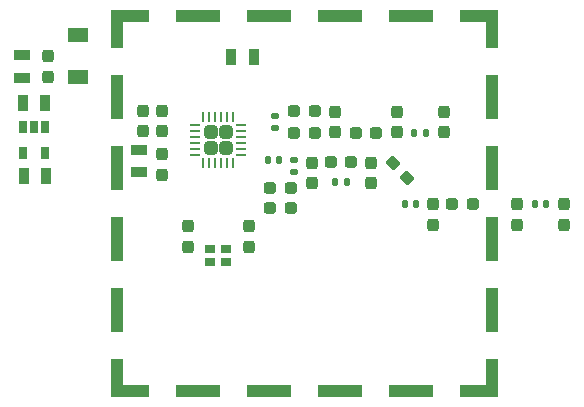
<source format=gbr>
%TF.GenerationSoftware,KiCad,Pcbnew,6.0.10+dfsg-1~bpo11+1*%
%TF.CreationDate,2023-02-03T00:16:52+00:00*%
%TF.ProjectId,ISM02A,49534d30-3241-42e6-9b69-6361645f7063,REV*%
%TF.SameCoordinates,Original*%
%TF.FileFunction,Paste,Bot*%
%TF.FilePolarity,Positive*%
%FSLAX46Y46*%
G04 Gerber Fmt 4.6, Leading zero omitted, Abs format (unit mm)*
G04 Created by KiCad (PCBNEW 6.0.10+dfsg-1~bpo11+1) date 2023-02-03 00:16:52*
%MOMM*%
%LPD*%
G01*
G04 APERTURE LIST*
G04 Aperture macros list*
%AMRoundRect*
0 Rectangle with rounded corners*
0 $1 Rounding radius*
0 $2 $3 $4 $5 $6 $7 $8 $9 X,Y pos of 4 corners*
0 Add a 4 corners polygon primitive as box body*
4,1,4,$2,$3,$4,$5,$6,$7,$8,$9,$2,$3,0*
0 Add four circle primitives for the rounded corners*
1,1,$1+$1,$2,$3*
1,1,$1+$1,$4,$5*
1,1,$1+$1,$6,$7*
1,1,$1+$1,$8,$9*
0 Add four rect primitives between the rounded corners*
20,1,$1+$1,$2,$3,$4,$5,0*
20,1,$1+$1,$4,$5,$6,$7,0*
20,1,$1+$1,$6,$7,$8,$9,0*
20,1,$1+$1,$8,$9,$2,$3,0*%
G04 Aperture macros list end*
%ADD10RoundRect,0.237500X0.237500X-0.287500X0.237500X0.287500X-0.237500X0.287500X-0.237500X-0.287500X0*%
%ADD11RoundRect,0.237500X0.287500X0.237500X-0.287500X0.237500X-0.287500X-0.237500X0.287500X-0.237500X0*%
%ADD12RoundRect,0.237500X-0.237500X0.287500X-0.237500X-0.287500X0.237500X-0.287500X0.237500X0.287500X0*%
%ADD13RoundRect,0.237500X-0.287500X-0.237500X0.287500X-0.237500X0.287500X0.237500X-0.287500X0.237500X0*%
%ADD14R,0.850000X0.750000*%
%ADD15RoundRect,0.250000X0.315000X-0.315000X0.315000X0.315000X-0.315000X0.315000X-0.315000X-0.315000X0*%
%ADD16RoundRect,0.062500X0.062500X-0.350000X0.062500X0.350000X-0.062500X0.350000X-0.062500X-0.350000X0*%
%ADD17RoundRect,0.062500X0.350000X-0.062500X0.350000X0.062500X-0.350000X0.062500X-0.350000X-0.062500X0*%
%ADD18R,0.889000X1.397000*%
%ADD19RoundRect,0.147500X-0.172500X0.147500X-0.172500X-0.147500X0.172500X-0.147500X0.172500X0.147500X0*%
%ADD20RoundRect,0.147500X-0.147500X-0.172500X0.147500X-0.172500X0.147500X0.172500X-0.147500X0.172500X0*%
%ADD21R,1.397000X0.889000*%
%ADD22RoundRect,0.147500X0.172500X-0.147500X0.172500X0.147500X-0.172500X0.147500X-0.172500X-0.147500X0*%
%ADD23RoundRect,0.237500X0.371231X-0.035355X-0.035355X0.371231X-0.371231X0.035355X0.035355X-0.371231X0*%
%ADD24R,1.700000X1.300000*%
%ADD25R,0.650000X1.060000*%
%ADD26R,3.800000X1.000000*%
%ADD27R,1.000000X3.800000*%
%ADD28R,1.000000X3.300000*%
%ADD29R,2.300000X1.000000*%
%ADD30R,1.000000X2.300000*%
%ADD31R,3.300000X1.000000*%
G04 APERTURE END LIST*
D10*
%TO.C,C19*%
X178500000Y-113075000D03*
X178500000Y-111325000D03*
%TD*%
D11*
%TO.C,C18*%
X166575000Y-105300000D03*
X164825000Y-105300000D03*
%TD*%
D10*
%TO.C,C12*%
X163100000Y-105275000D03*
X163100000Y-103525000D03*
%TD*%
%TO.C,C22*%
X182500000Y-113075000D03*
X182500000Y-111325000D03*
%TD*%
D12*
%TO.C,C20*%
X168300000Y-103525000D03*
X168300000Y-105275000D03*
%TD*%
%TO.C,C23*%
X172300000Y-103525000D03*
X172300000Y-105275000D03*
%TD*%
D10*
%TO.C,C4*%
X148400000Y-108875000D03*
X148400000Y-107125000D03*
%TD*%
%TO.C,C5*%
X146800000Y-105175000D03*
X146800000Y-103425000D03*
%TD*%
%TO.C,C1*%
X155800000Y-114975000D03*
X155800000Y-113225000D03*
%TD*%
%TO.C,C3*%
X150600000Y-114975000D03*
X150600000Y-113225000D03*
%TD*%
D11*
%TO.C,C10*%
X161375000Y-105300000D03*
X159625000Y-105300000D03*
%TD*%
D10*
%TO.C,C6*%
X148400000Y-105175000D03*
X148400000Y-103425000D03*
%TD*%
D13*
%TO.C,C8*%
X159625000Y-103500000D03*
X161375000Y-103500000D03*
%TD*%
D14*
%TO.C,Y1*%
X153875000Y-116225000D03*
X152525000Y-116225000D03*
X152525000Y-115175000D03*
X153875000Y-115175000D03*
%TD*%
D15*
%TO.C,U1*%
X153850000Y-105250000D03*
X153850000Y-106550000D03*
X152550000Y-106550000D03*
X152550000Y-105250000D03*
D16*
X154450000Y-107837500D03*
X153950000Y-107837500D03*
X153450000Y-107837500D03*
X152950000Y-107837500D03*
X152450000Y-107837500D03*
X151950000Y-107837500D03*
D17*
X151262500Y-107150000D03*
X151262500Y-106650000D03*
X151262500Y-106150000D03*
X151262500Y-105650000D03*
X151262500Y-105150000D03*
X151262500Y-104650000D03*
D16*
X151950000Y-103962500D03*
X152450000Y-103962500D03*
X152950000Y-103962500D03*
X153450000Y-103962500D03*
X153950000Y-103962500D03*
X154450000Y-103962500D03*
D17*
X155137500Y-104650000D03*
X155137500Y-105150000D03*
X155137500Y-105650000D03*
X155137500Y-106150000D03*
X155137500Y-106650000D03*
X155137500Y-107150000D03*
%TD*%
D18*
%TO.C,R1*%
X154301500Y-98904000D03*
X156206500Y-98904000D03*
%TD*%
D19*
%TO.C,L2*%
X158000000Y-103915000D03*
X158000000Y-104885000D03*
%TD*%
D20*
%TO.C,L7*%
X180015000Y-111300000D03*
X180985000Y-111300000D03*
%TD*%
D21*
%TO.C,L1*%
X146500000Y-108652500D03*
X146500000Y-106747500D03*
%TD*%
D20*
%TO.C,L8*%
X169815000Y-105300000D03*
X170785000Y-105300000D03*
%TD*%
D22*
%TO.C,L4*%
X159600000Y-108585000D03*
X159600000Y-107615000D03*
%TD*%
D20*
%TO.C,L6*%
X169015000Y-111300000D03*
X169985000Y-111300000D03*
%TD*%
%TO.C,L5*%
X163115000Y-109500000D03*
X164085000Y-109500000D03*
%TD*%
D11*
%TO.C,C13*%
X164475000Y-107800000D03*
X162725000Y-107800000D03*
%TD*%
D12*
%TO.C,C16*%
X171400000Y-111325000D03*
X171400000Y-113075000D03*
%TD*%
D11*
%TO.C,C17*%
X174775000Y-111300000D03*
X173025000Y-111300000D03*
%TD*%
D12*
%TO.C,C14*%
X166100000Y-107825000D03*
X166100000Y-109575000D03*
%TD*%
%TO.C,C11*%
X161100000Y-107825000D03*
X161100000Y-109575000D03*
%TD*%
D23*
%TO.C,C15*%
X169218718Y-109118718D03*
X167981282Y-107881282D03*
%TD*%
D11*
%TO.C,C9*%
X159350000Y-110000000D03*
X157600000Y-110000000D03*
%TD*%
%TO.C,C7*%
X159350000Y-111700000D03*
X157600000Y-111700000D03*
%TD*%
D20*
%TO.C,L3*%
X157415000Y-107600000D03*
X158385000Y-107600000D03*
%TD*%
D10*
%TO.C,C2*%
X138800000Y-100575000D03*
X138800000Y-98825000D03*
%TD*%
D24*
%TO.C,D1*%
X141300000Y-100550000D03*
X141300000Y-97050000D03*
%TD*%
D25*
%TO.C,U2*%
X136650000Y-104800000D03*
X137600000Y-104800000D03*
X138550000Y-104800000D03*
X138550000Y-107000000D03*
X136650000Y-107000000D03*
%TD*%
D18*
%TO.C,C24*%
X136747500Y-109000000D03*
X138652500Y-109000000D03*
%TD*%
%TO.C,C21*%
X136647500Y-102800000D03*
X138552500Y-102800000D03*
%TD*%
D26*
%TO.C,J16*%
X163500000Y-127200000D03*
D27*
X176400000Y-114300000D03*
X144600000Y-102300000D03*
X176400000Y-120300000D03*
X144600000Y-120300000D03*
D26*
X157500000Y-95400000D03*
D28*
X176400000Y-126050000D03*
D26*
X151500000Y-95400000D03*
D29*
X174750000Y-127200000D03*
D28*
X144600000Y-96550000D03*
D27*
X144600000Y-114300000D03*
X176400000Y-108300000D03*
X144600000Y-108300000D03*
D30*
X176400000Y-97050000D03*
X144600000Y-125550000D03*
D31*
X175250000Y-95400000D03*
D27*
X176400000Y-102300000D03*
D31*
X145750000Y-127200000D03*
D26*
X169500000Y-127200000D03*
D29*
X146250000Y-95400000D03*
D26*
X151500000Y-127200000D03*
X157500000Y-127200000D03*
X169500000Y-95400000D03*
X163500000Y-95400000D03*
%TD*%
D21*
%TO.C,C25*%
X136600000Y-100652500D03*
X136600000Y-98747500D03*
%TD*%
M02*

</source>
